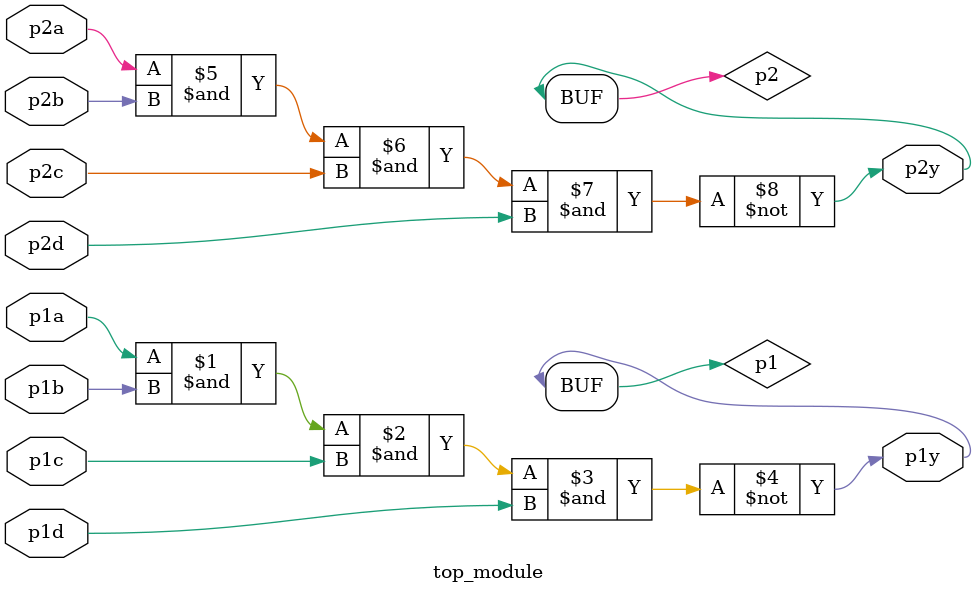
<source format=sv>
module top_module(
    input p1a, 
    input p1b, 
    input p1c, 
    input p1d, 
    output p1y, 
    input p2a, 
    input p2b, 
    input p2c, 
    input p2d, 
    output p2y
);

    wire p1; // intermediate wire for p1y
    wire p2; // intermediate wire for p2y
    
    assign p1 = ~(p1a & p1b & p1c & p1d);
    assign p2 = ~(p2a & p2b & p2c & p2d);
    
    assign p1y = p1;
    assign p2y = p2;
    
endmodule

</source>
